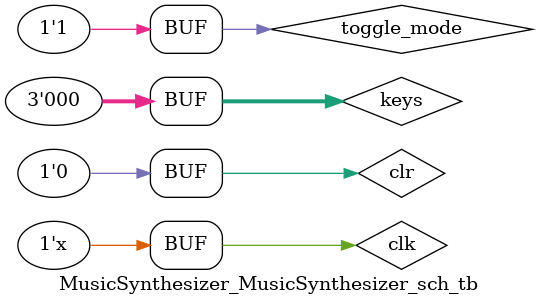
<source format=v>

`timescale 1ns / 1ps

module MusicSynthesizer_MusicSynthesizer_sch_tb();

// Inputs
   reg clk;
   reg clr;
   reg toggle_mode;
   reg [2:0] keys;

// Output
   wire sound;

// Bidirs

// Instantiate the UUT
   MusicSynthesizer UUT (
		.clk(clk), 
		.clr(clr), 
		.sound(sound), 
		.toggle_mode(toggle_mode), 
		.keys(keys)
   );
// Initialize Inputs
   
       initial begin
		clk = 0;
		clr = 0;
		toggle_mode = 0;
		keys = 0;
		
		toggle_mode = 1;
		#100;
   end
	 

	 
	
	always
	#1 clk=~clk;
endmodule

</source>
